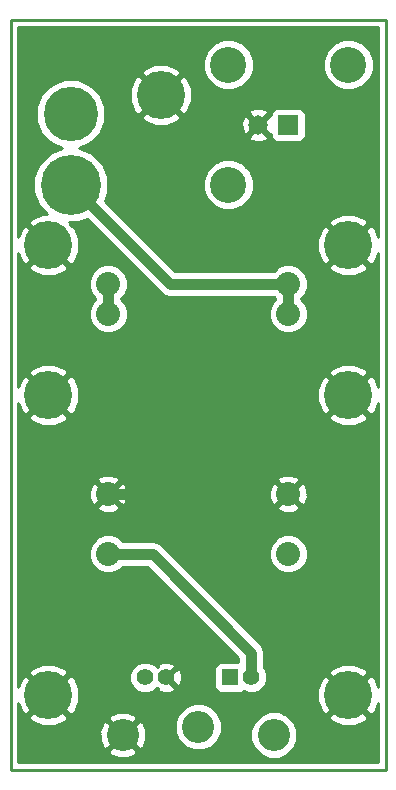
<source format=gtl>
G04 (created by PCBNEW-RS274X (2010-03-14)-final) date Sun 12 Jun 2011 03:53:41 PM PDT*
G01*
G70*
G90*
%MOIN*%
G04 Gerber Fmt 3.4, Leading zero omitted, Abs format*
%FSLAX34Y34*%
G04 APERTURE LIST*
%ADD10C,0.006000*%
%ADD11C,0.009000*%
%ADD12C,0.120000*%
%ADD13R,0.065000X0.065000*%
%ADD14C,0.065000*%
%ADD15C,0.107000*%
%ADD16C,0.056000*%
%ADD17R,0.056000X0.056000*%
%ADD18C,0.200000*%
%ADD19C,0.181100*%
%ADD20C,0.080000*%
%ADD21C,0.160000*%
%ADD22C,0.046000*%
%ADD23C,0.036000*%
%ADD24C,0.010000*%
G04 APERTURE END LIST*
G54D10*
G54D11*
X52250Y-29000D02*
X52250Y-54000D01*
X64750Y-29000D02*
X52250Y-29000D01*
X64750Y-54000D02*
X64750Y-29000D01*
X52250Y-54000D02*
X64750Y-54000D01*
G54D12*
X59500Y-30500D03*
X63500Y-30500D03*
G54D13*
X61500Y-32500D03*
G54D14*
X60500Y-32500D03*
G54D12*
X59500Y-34500D03*
G54D15*
X55980Y-52840D03*
X61020Y-52840D03*
G54D16*
X56730Y-50920D03*
X60270Y-50920D03*
X57435Y-50920D03*
G54D17*
X59565Y-50920D03*
G54D15*
X58500Y-52570D03*
G54D18*
X54250Y-34500D03*
G54D19*
X54250Y-32138D03*
G54D20*
X61500Y-37800D03*
X61500Y-38800D03*
X55500Y-37800D03*
X55500Y-38800D03*
X61500Y-44800D03*
X55500Y-44800D03*
X55500Y-46800D03*
X61500Y-46800D03*
G54D21*
X63500Y-41500D03*
X53500Y-51500D03*
X63500Y-51500D03*
X53500Y-41500D03*
X63500Y-36500D03*
X57250Y-31500D03*
X53500Y-36500D03*
G54D22*
X57000Y-44250D03*
G54D23*
X60270Y-50096D02*
X60270Y-50920D01*
X56974Y-46800D02*
X60270Y-50096D01*
X55500Y-46800D02*
X56974Y-46800D01*
X61500Y-38800D02*
X61500Y-37800D01*
X57550Y-37800D02*
X54250Y-34500D01*
X61500Y-37800D02*
X57550Y-37800D01*
X55500Y-38800D02*
X55500Y-37800D01*
X55500Y-44800D02*
X56450Y-44800D01*
X56450Y-44800D02*
X57000Y-44250D01*
G54D24*
X52495Y-29245D02*
X64505Y-29245D01*
X52495Y-29325D02*
X64505Y-29325D01*
X52495Y-29405D02*
X64505Y-29405D01*
X52495Y-29485D02*
X64505Y-29485D01*
X52495Y-29565D02*
X64505Y-29565D01*
X52495Y-29645D02*
X64505Y-29645D01*
X52495Y-29725D02*
X59151Y-29725D01*
X59850Y-29725D02*
X63151Y-29725D01*
X63850Y-29725D02*
X64505Y-29725D01*
X52495Y-29805D02*
X58994Y-29805D01*
X60007Y-29805D02*
X62994Y-29805D01*
X64007Y-29805D02*
X64505Y-29805D01*
X52495Y-29885D02*
X58914Y-29885D01*
X60087Y-29885D02*
X62914Y-29885D01*
X64087Y-29885D02*
X64505Y-29885D01*
X52495Y-29965D02*
X58834Y-29965D01*
X60167Y-29965D02*
X62834Y-29965D01*
X64167Y-29965D02*
X64505Y-29965D01*
X52495Y-30045D02*
X58769Y-30045D01*
X60232Y-30045D02*
X62769Y-30045D01*
X64232Y-30045D02*
X64505Y-30045D01*
X52495Y-30125D02*
X58736Y-30125D01*
X60265Y-30125D02*
X62736Y-30125D01*
X64265Y-30125D02*
X64505Y-30125D01*
X52495Y-30205D02*
X58703Y-30205D01*
X60298Y-30205D02*
X62703Y-30205D01*
X64298Y-30205D02*
X64505Y-30205D01*
X52495Y-30285D02*
X58669Y-30285D01*
X60331Y-30285D02*
X62669Y-30285D01*
X64331Y-30285D02*
X64505Y-30285D01*
X52495Y-30365D02*
X58650Y-30365D01*
X60350Y-30365D02*
X62650Y-30365D01*
X64350Y-30365D02*
X64505Y-30365D01*
X52495Y-30445D02*
X58650Y-30445D01*
X60350Y-30445D02*
X62650Y-30445D01*
X64350Y-30445D02*
X64505Y-30445D01*
X52495Y-30525D02*
X56911Y-30525D01*
X57583Y-30525D02*
X58650Y-30525D01*
X60350Y-30525D02*
X62650Y-30525D01*
X64350Y-30525D02*
X64505Y-30525D01*
X52495Y-30605D02*
X56718Y-30605D01*
X57782Y-30605D02*
X58650Y-30605D01*
X60350Y-30605D02*
X62650Y-30605D01*
X64350Y-30605D02*
X64505Y-30605D01*
X52495Y-30685D02*
X56637Y-30685D01*
X57864Y-30685D02*
X58657Y-30685D01*
X60343Y-30685D02*
X62657Y-30685D01*
X64343Y-30685D02*
X64505Y-30685D01*
X52495Y-30765D02*
X56590Y-30765D01*
X57911Y-30765D02*
X58690Y-30765D01*
X60310Y-30765D02*
X62690Y-30765D01*
X64310Y-30765D02*
X64505Y-30765D01*
X52495Y-30845D02*
X56506Y-30845D01*
X56524Y-30845D02*
X56666Y-30845D01*
X57834Y-30845D02*
X57976Y-30845D01*
X57995Y-30845D02*
X58723Y-30845D01*
X60277Y-30845D02*
X62723Y-30845D01*
X64277Y-30845D02*
X64505Y-30845D01*
X52495Y-30925D02*
X56373Y-30925D01*
X56604Y-30925D02*
X56746Y-30925D01*
X57754Y-30925D02*
X57896Y-30925D01*
X58128Y-30925D02*
X58756Y-30925D01*
X60243Y-30925D02*
X62756Y-30925D01*
X64243Y-30925D02*
X64505Y-30925D01*
X52495Y-31005D02*
X53968Y-31005D01*
X54534Y-31005D02*
X56341Y-31005D01*
X56684Y-31005D02*
X56826Y-31005D01*
X57674Y-31005D02*
X57816Y-31005D01*
X58161Y-31005D02*
X58803Y-31005D01*
X60196Y-31005D02*
X62803Y-31005D01*
X64196Y-31005D02*
X64505Y-31005D01*
X52495Y-31085D02*
X53775Y-31085D01*
X54727Y-31085D02*
X56309Y-31085D01*
X56764Y-31085D02*
X56906Y-31085D01*
X57594Y-31085D02*
X57736Y-31085D01*
X58194Y-31085D02*
X58883Y-31085D01*
X60116Y-31085D02*
X62883Y-31085D01*
X64116Y-31085D02*
X64505Y-31085D01*
X52495Y-31165D02*
X53590Y-31165D01*
X54911Y-31165D02*
X56276Y-31165D01*
X56844Y-31165D02*
X56986Y-31165D01*
X57514Y-31165D02*
X57656Y-31165D01*
X58227Y-31165D02*
X58963Y-31165D01*
X60036Y-31165D02*
X62963Y-31165D01*
X64036Y-31165D02*
X64505Y-31165D01*
X52495Y-31245D02*
X53510Y-31245D01*
X54991Y-31245D02*
X56244Y-31245D01*
X56924Y-31245D02*
X57066Y-31245D01*
X57434Y-31245D02*
X57576Y-31245D01*
X58261Y-31245D02*
X59078Y-31245D01*
X59921Y-31245D02*
X63078Y-31245D01*
X63921Y-31245D02*
X64505Y-31245D01*
X52495Y-31325D02*
X53430Y-31325D01*
X55071Y-31325D02*
X56220Y-31325D01*
X57004Y-31325D02*
X57146Y-31325D01*
X57354Y-31325D02*
X57496Y-31325D01*
X58278Y-31325D02*
X59270Y-31325D01*
X59728Y-31325D02*
X63270Y-31325D01*
X63728Y-31325D02*
X64505Y-31325D01*
X52495Y-31405D02*
X53350Y-31405D01*
X55151Y-31405D02*
X56220Y-31405D01*
X57084Y-31405D02*
X57226Y-31405D01*
X57274Y-31405D02*
X57416Y-31405D01*
X58278Y-31405D02*
X64505Y-31405D01*
X52495Y-31485D02*
X53271Y-31485D01*
X55230Y-31485D02*
X56221Y-31485D01*
X57164Y-31485D02*
X57336Y-31485D01*
X58279Y-31485D02*
X64505Y-31485D01*
X52495Y-31565D02*
X53238Y-31565D01*
X55263Y-31565D02*
X56221Y-31565D01*
X57114Y-31565D02*
X57386Y-31565D01*
X58280Y-31565D02*
X64505Y-31565D01*
X52495Y-31645D02*
X53204Y-31645D01*
X55296Y-31645D02*
X56222Y-31645D01*
X57034Y-31645D02*
X57176Y-31645D01*
X57324Y-31645D02*
X57466Y-31645D01*
X58280Y-31645D02*
X64505Y-31645D01*
X52495Y-31725D02*
X53171Y-31725D01*
X55329Y-31725D02*
X56227Y-31725D01*
X56954Y-31725D02*
X57096Y-31725D01*
X57404Y-31725D02*
X57546Y-31725D01*
X58268Y-31725D02*
X64505Y-31725D01*
X52495Y-31805D02*
X53138Y-31805D01*
X55362Y-31805D02*
X56260Y-31805D01*
X56874Y-31805D02*
X57016Y-31805D01*
X57484Y-31805D02*
X57626Y-31805D01*
X58236Y-31805D02*
X64505Y-31805D01*
X52495Y-31885D02*
X53105Y-31885D01*
X55396Y-31885D02*
X56293Y-31885D01*
X56794Y-31885D02*
X56936Y-31885D01*
X57564Y-31885D02*
X57706Y-31885D01*
X58203Y-31885D02*
X64505Y-31885D01*
X52495Y-31965D02*
X53095Y-31965D01*
X55405Y-31965D02*
X56327Y-31965D01*
X56714Y-31965D02*
X56856Y-31965D01*
X57644Y-31965D02*
X57786Y-31965D01*
X58171Y-31965D02*
X60310Y-31965D01*
X60677Y-31965D02*
X61033Y-31965D01*
X61967Y-31965D02*
X64505Y-31965D01*
X52495Y-32045D02*
X53095Y-32045D01*
X55405Y-32045D02*
X56360Y-32045D01*
X56634Y-32045D02*
X56776Y-32045D01*
X57724Y-32045D02*
X57866Y-32045D01*
X58139Y-32045D02*
X60193Y-32045D01*
X60808Y-32045D02*
X60960Y-32045D01*
X62041Y-32045D02*
X64505Y-32045D01*
X52495Y-32125D02*
X53095Y-32125D01*
X55405Y-32125D02*
X56455Y-32125D01*
X56554Y-32125D02*
X56696Y-32125D01*
X57804Y-32125D02*
X57946Y-32125D01*
X58044Y-32125D02*
X60196Y-32125D01*
X60804Y-32125D02*
X60926Y-32125D01*
X62074Y-32125D02*
X64505Y-32125D01*
X52495Y-32205D02*
X53095Y-32205D01*
X55405Y-32205D02*
X56616Y-32205D01*
X57884Y-32205D02*
X60008Y-32205D01*
X60134Y-32205D02*
X60276Y-32205D01*
X60724Y-32205D02*
X60866Y-32205D01*
X62074Y-32205D02*
X64505Y-32205D01*
X52495Y-32285D02*
X53095Y-32285D01*
X55405Y-32285D02*
X56619Y-32285D01*
X57880Y-32285D02*
X59979Y-32285D01*
X60214Y-32285D02*
X60356Y-32285D01*
X60644Y-32285D02*
X60786Y-32285D01*
X62074Y-32285D02*
X64505Y-32285D01*
X52495Y-32365D02*
X53095Y-32365D01*
X55405Y-32365D02*
X56666Y-32365D01*
X57833Y-32365D02*
X59951Y-32365D01*
X60294Y-32365D02*
X60436Y-32365D01*
X60564Y-32365D02*
X60706Y-32365D01*
X62074Y-32365D02*
X64505Y-32365D01*
X52495Y-32445D02*
X53127Y-32445D01*
X55373Y-32445D02*
X56842Y-32445D01*
X57661Y-32445D02*
X59933Y-32445D01*
X60374Y-32445D02*
X60626Y-32445D01*
X62074Y-32445D02*
X64505Y-32445D01*
X52495Y-32525D02*
X53160Y-32525D01*
X55339Y-32525D02*
X57041Y-32525D01*
X57468Y-32525D02*
X59937Y-32525D01*
X60404Y-32525D02*
X60596Y-32525D01*
X62074Y-32525D02*
X64505Y-32525D01*
X52495Y-32605D02*
X53193Y-32605D01*
X55306Y-32605D02*
X59942Y-32605D01*
X60324Y-32605D02*
X60466Y-32605D01*
X60534Y-32605D02*
X60676Y-32605D01*
X62074Y-32605D02*
X64505Y-32605D01*
X52495Y-32685D02*
X53226Y-32685D01*
X55273Y-32685D02*
X59962Y-32685D01*
X60244Y-32685D02*
X60386Y-32685D01*
X60614Y-32685D02*
X60756Y-32685D01*
X62074Y-32685D02*
X64505Y-32685D01*
X52495Y-32765D02*
X53259Y-32765D01*
X55240Y-32765D02*
X59995Y-32765D01*
X60164Y-32765D02*
X60306Y-32765D01*
X60694Y-32765D02*
X60836Y-32765D01*
X62074Y-32765D02*
X64505Y-32765D01*
X52495Y-32845D02*
X53323Y-32845D01*
X55176Y-32845D02*
X60226Y-32845D01*
X60774Y-32845D02*
X60926Y-32845D01*
X62074Y-32845D02*
X64505Y-32845D01*
X52495Y-32925D02*
X53403Y-32925D01*
X55096Y-32925D02*
X60183Y-32925D01*
X60816Y-32925D02*
X60947Y-32925D01*
X62053Y-32925D02*
X64505Y-32925D01*
X52495Y-33005D02*
X53483Y-33005D01*
X55016Y-33005D02*
X60240Y-33005D01*
X60764Y-33005D02*
X61003Y-33005D01*
X61997Y-33005D02*
X64505Y-33005D01*
X52495Y-33085D02*
X53563Y-33085D01*
X54936Y-33085D02*
X64505Y-33085D01*
X52495Y-33165D02*
X53711Y-33165D01*
X54787Y-33165D02*
X64505Y-33165D01*
X52495Y-33245D02*
X53905Y-33245D01*
X54593Y-33245D02*
X64505Y-33245D01*
X52495Y-33325D02*
X53820Y-33325D01*
X54680Y-33325D02*
X64505Y-33325D01*
X52495Y-33405D02*
X53628Y-33405D01*
X54873Y-33405D02*
X64505Y-33405D01*
X52495Y-33485D02*
X53498Y-33485D01*
X55003Y-33485D02*
X64505Y-33485D01*
X52495Y-33565D02*
X53418Y-33565D01*
X55083Y-33565D02*
X64505Y-33565D01*
X52495Y-33645D02*
X53338Y-33645D01*
X55163Y-33645D02*
X64505Y-33645D01*
X52495Y-33725D02*
X53258Y-33725D01*
X55243Y-33725D02*
X59150Y-33725D01*
X59850Y-33725D02*
X64505Y-33725D01*
X52495Y-33805D02*
X53186Y-33805D01*
X55315Y-33805D02*
X58994Y-33805D01*
X60007Y-33805D02*
X64505Y-33805D01*
X52495Y-33885D02*
X53153Y-33885D01*
X55348Y-33885D02*
X58914Y-33885D01*
X60087Y-33885D02*
X64505Y-33885D01*
X52495Y-33965D02*
X53119Y-33965D01*
X55382Y-33965D02*
X58834Y-33965D01*
X60167Y-33965D02*
X64505Y-33965D01*
X52495Y-34045D02*
X53086Y-34045D01*
X55415Y-34045D02*
X58769Y-34045D01*
X60232Y-34045D02*
X64505Y-34045D01*
X52495Y-34125D02*
X53053Y-34125D01*
X55448Y-34125D02*
X58736Y-34125D01*
X60265Y-34125D02*
X64505Y-34125D01*
X52495Y-34205D02*
X53020Y-34205D01*
X55481Y-34205D02*
X58703Y-34205D01*
X60298Y-34205D02*
X64505Y-34205D01*
X52495Y-34285D02*
X53001Y-34285D01*
X55499Y-34285D02*
X58669Y-34285D01*
X60331Y-34285D02*
X64505Y-34285D01*
X52495Y-34365D02*
X53001Y-34365D01*
X55499Y-34365D02*
X58650Y-34365D01*
X60350Y-34365D02*
X64505Y-34365D01*
X52495Y-34445D02*
X53001Y-34445D01*
X55499Y-34445D02*
X58650Y-34445D01*
X60350Y-34445D02*
X64505Y-34445D01*
X52495Y-34525D02*
X53001Y-34525D01*
X55499Y-34525D02*
X58650Y-34525D01*
X60350Y-34525D02*
X64505Y-34525D01*
X52495Y-34605D02*
X53001Y-34605D01*
X55499Y-34605D02*
X58650Y-34605D01*
X60350Y-34605D02*
X64505Y-34605D01*
X52495Y-34685D02*
X53001Y-34685D01*
X55499Y-34685D02*
X58657Y-34685D01*
X60343Y-34685D02*
X64505Y-34685D01*
X52495Y-34765D02*
X53007Y-34765D01*
X55492Y-34765D02*
X58690Y-34765D01*
X60310Y-34765D02*
X64505Y-34765D01*
X52495Y-34845D02*
X53040Y-34845D01*
X55459Y-34845D02*
X58723Y-34845D01*
X60277Y-34845D02*
X64505Y-34845D01*
X52495Y-34925D02*
X53073Y-34925D01*
X55426Y-34925D02*
X58756Y-34925D01*
X60243Y-34925D02*
X64505Y-34925D01*
X52495Y-35005D02*
X53106Y-35005D01*
X55392Y-35005D02*
X58803Y-35005D01*
X60196Y-35005D02*
X64505Y-35005D01*
X52495Y-35085D02*
X53139Y-35085D01*
X55443Y-35085D02*
X58883Y-35085D01*
X60116Y-35085D02*
X64505Y-35085D01*
X52495Y-35165D02*
X53172Y-35165D01*
X55523Y-35165D02*
X58963Y-35165D01*
X60036Y-35165D02*
X64505Y-35165D01*
X52495Y-35245D02*
X53228Y-35245D01*
X55603Y-35245D02*
X59078Y-35245D01*
X59921Y-35245D02*
X64505Y-35245D01*
X52495Y-35325D02*
X53308Y-35325D01*
X55683Y-35325D02*
X59270Y-35325D01*
X59728Y-35325D02*
X64505Y-35325D01*
X52495Y-35405D02*
X53388Y-35405D01*
X55763Y-35405D02*
X64505Y-35405D01*
X52495Y-35485D02*
X53258Y-35485D01*
X55843Y-35485D02*
X63258Y-35485D01*
X63734Y-35485D02*
X64505Y-35485D01*
X52495Y-35565D02*
X53064Y-35565D01*
X55923Y-35565D02*
X63064Y-35565D01*
X63932Y-35565D02*
X64505Y-35565D01*
X52495Y-35645D02*
X52911Y-35645D01*
X54749Y-35645D02*
X54787Y-35645D01*
X56003Y-35645D02*
X62911Y-35645D01*
X64090Y-35645D02*
X64505Y-35645D01*
X52495Y-35725D02*
X52864Y-35725D01*
X54557Y-35725D02*
X54867Y-35725D01*
X56083Y-35725D02*
X62864Y-35725D01*
X64137Y-35725D02*
X64505Y-35725D01*
X52495Y-35805D02*
X52876Y-35805D01*
X54246Y-35805D02*
X54947Y-35805D01*
X56163Y-35805D02*
X62876Y-35805D01*
X64124Y-35805D02*
X64505Y-35805D01*
X52495Y-35885D02*
X52689Y-35885D01*
X52814Y-35885D02*
X52956Y-35885D01*
X54312Y-35885D02*
X55027Y-35885D01*
X56243Y-35885D02*
X62689Y-35885D01*
X62814Y-35885D02*
X62956Y-35885D01*
X64044Y-35885D02*
X64186Y-35885D01*
X64312Y-35885D02*
X64505Y-35885D01*
X52495Y-35965D02*
X52607Y-35965D01*
X52894Y-35965D02*
X53036Y-35965D01*
X54394Y-35965D02*
X55107Y-35965D01*
X56323Y-35965D02*
X62607Y-35965D01*
X62894Y-35965D02*
X63036Y-35965D01*
X63964Y-35965D02*
X64106Y-35965D01*
X64395Y-35965D02*
X64505Y-35965D01*
X52495Y-36045D02*
X52575Y-36045D01*
X52974Y-36045D02*
X53116Y-36045D01*
X54428Y-36045D02*
X55187Y-36045D01*
X56403Y-36045D02*
X62575Y-36045D01*
X62974Y-36045D02*
X63116Y-36045D01*
X63884Y-36045D02*
X64026Y-36045D01*
X64428Y-36045D02*
X64505Y-36045D01*
X52495Y-36125D02*
X52542Y-36125D01*
X53054Y-36125D02*
X53196Y-36125D01*
X54461Y-36125D02*
X55267Y-36125D01*
X56483Y-36125D02*
X62543Y-36125D01*
X63054Y-36125D02*
X63196Y-36125D01*
X63804Y-36125D02*
X63946Y-36125D01*
X64461Y-36125D02*
X64505Y-36125D01*
X52495Y-36205D02*
X52510Y-36205D01*
X53134Y-36205D02*
X53276Y-36205D01*
X54494Y-36205D02*
X55347Y-36205D01*
X56563Y-36205D02*
X62510Y-36205D01*
X63134Y-36205D02*
X63276Y-36205D01*
X63724Y-36205D02*
X63866Y-36205D01*
X64494Y-36205D02*
X64505Y-36205D01*
X53214Y-36285D02*
X53356Y-36285D01*
X54527Y-36285D02*
X55427Y-36285D01*
X56643Y-36285D02*
X62478Y-36285D01*
X63214Y-36285D02*
X63356Y-36285D01*
X63644Y-36285D02*
X63786Y-36285D01*
X53294Y-36365D02*
X53436Y-36365D01*
X54528Y-36365D02*
X55507Y-36365D01*
X56723Y-36365D02*
X62470Y-36365D01*
X63294Y-36365D02*
X63436Y-36365D01*
X63564Y-36365D02*
X63706Y-36365D01*
X53374Y-36445D02*
X53516Y-36445D01*
X54529Y-36445D02*
X55587Y-36445D01*
X56803Y-36445D02*
X62471Y-36445D01*
X63374Y-36445D02*
X63626Y-36445D01*
X53404Y-36525D02*
X53596Y-36525D01*
X54529Y-36525D02*
X55667Y-36525D01*
X56883Y-36525D02*
X62471Y-36525D01*
X63404Y-36525D02*
X63596Y-36525D01*
X53324Y-36605D02*
X53466Y-36605D01*
X53534Y-36605D02*
X53676Y-36605D01*
X54530Y-36605D02*
X55747Y-36605D01*
X56963Y-36605D02*
X62472Y-36605D01*
X63324Y-36605D02*
X63466Y-36605D01*
X63534Y-36605D02*
X63676Y-36605D01*
X53244Y-36685D02*
X53386Y-36685D01*
X53614Y-36685D02*
X53756Y-36685D01*
X54530Y-36685D02*
X55827Y-36685D01*
X57043Y-36685D02*
X62472Y-36685D01*
X63244Y-36685D02*
X63386Y-36685D01*
X63614Y-36685D02*
X63756Y-36685D01*
X53164Y-36765D02*
X53306Y-36765D01*
X53694Y-36765D02*
X53836Y-36765D01*
X54502Y-36765D02*
X55907Y-36765D01*
X57123Y-36765D02*
X62494Y-36765D01*
X63164Y-36765D02*
X63306Y-36765D01*
X63694Y-36765D02*
X63836Y-36765D01*
X64502Y-36765D02*
X64505Y-36765D01*
X52495Y-36845D02*
X52527Y-36845D01*
X53084Y-36845D02*
X53226Y-36845D01*
X53774Y-36845D02*
X53916Y-36845D01*
X54470Y-36845D02*
X55987Y-36845D01*
X57203Y-36845D02*
X62527Y-36845D01*
X63084Y-36845D02*
X63226Y-36845D01*
X63774Y-36845D02*
X63916Y-36845D01*
X64469Y-36845D02*
X64505Y-36845D01*
X52495Y-36925D02*
X52560Y-36925D01*
X53004Y-36925D02*
X53146Y-36925D01*
X53854Y-36925D02*
X53996Y-36925D01*
X54437Y-36925D02*
X56067Y-36925D01*
X57283Y-36925D02*
X62560Y-36925D01*
X63004Y-36925D02*
X63146Y-36925D01*
X63854Y-36925D02*
X63996Y-36925D01*
X64437Y-36925D02*
X64505Y-36925D01*
X52495Y-37005D02*
X52593Y-37005D01*
X52924Y-37005D02*
X53066Y-37005D01*
X53934Y-37005D02*
X54076Y-37005D01*
X54405Y-37005D02*
X56147Y-37005D01*
X57363Y-37005D02*
X62593Y-37005D01*
X62924Y-37005D02*
X63066Y-37005D01*
X63934Y-37005D02*
X64076Y-37005D01*
X64405Y-37005D02*
X64505Y-37005D01*
X52495Y-37085D02*
X52638Y-37085D01*
X52844Y-37085D02*
X52986Y-37085D01*
X54014Y-37085D02*
X54156Y-37085D01*
X54361Y-37085D02*
X56227Y-37085D01*
X57443Y-37085D02*
X62638Y-37085D01*
X62844Y-37085D02*
X62986Y-37085D01*
X64014Y-37085D02*
X64156Y-37085D01*
X64361Y-37085D02*
X64505Y-37085D01*
X52495Y-37165D02*
X52906Y-37165D01*
X54094Y-37165D02*
X55338Y-37165D01*
X55663Y-37165D02*
X56307Y-37165D01*
X57523Y-37165D02*
X61338Y-37165D01*
X61663Y-37165D02*
X62906Y-37165D01*
X64094Y-37165D02*
X64505Y-37165D01*
X52495Y-37245D02*
X52845Y-37245D01*
X54154Y-37245D02*
X55145Y-37245D01*
X55856Y-37245D02*
X56387Y-37245D01*
X57603Y-37245D02*
X61145Y-37245D01*
X61856Y-37245D02*
X62845Y-37245D01*
X64154Y-37245D02*
X64505Y-37245D01*
X52495Y-37325D02*
X52892Y-37325D01*
X54107Y-37325D02*
X55057Y-37325D01*
X55943Y-37325D02*
X56467Y-37325D01*
X57683Y-37325D02*
X61057Y-37325D01*
X61943Y-37325D02*
X62892Y-37325D01*
X64107Y-37325D02*
X64505Y-37325D01*
X52495Y-37405D02*
X52993Y-37405D01*
X54008Y-37405D02*
X54977Y-37405D01*
X56023Y-37405D02*
X56547Y-37405D01*
X62023Y-37405D02*
X62993Y-37405D01*
X64008Y-37405D02*
X64505Y-37405D01*
X52495Y-37485D02*
X53192Y-37485D01*
X53815Y-37485D02*
X54929Y-37485D01*
X56072Y-37485D02*
X56627Y-37485D01*
X62072Y-37485D02*
X63192Y-37485D01*
X63815Y-37485D02*
X64505Y-37485D01*
X52495Y-37565D02*
X54895Y-37565D01*
X56106Y-37565D02*
X56707Y-37565D01*
X62106Y-37565D02*
X64505Y-37565D01*
X52495Y-37645D02*
X54862Y-37645D01*
X56139Y-37645D02*
X56787Y-37645D01*
X62139Y-37645D02*
X64505Y-37645D01*
X52495Y-37725D02*
X54851Y-37725D01*
X56149Y-37725D02*
X56867Y-37725D01*
X62149Y-37725D02*
X64505Y-37725D01*
X52495Y-37805D02*
X54851Y-37805D01*
X56149Y-37805D02*
X56947Y-37805D01*
X62149Y-37805D02*
X64505Y-37805D01*
X52495Y-37885D02*
X54851Y-37885D01*
X56149Y-37885D02*
X57027Y-37885D01*
X62149Y-37885D02*
X64505Y-37885D01*
X52495Y-37965D02*
X54865Y-37965D01*
X56134Y-37965D02*
X57107Y-37965D01*
X62134Y-37965D02*
X64505Y-37965D01*
X52495Y-38045D02*
X54899Y-38045D01*
X56100Y-38045D02*
X57187Y-38045D01*
X62100Y-38045D02*
X64505Y-38045D01*
X52495Y-38125D02*
X54932Y-38125D01*
X56067Y-38125D02*
X57277Y-38125D01*
X62067Y-38125D02*
X64505Y-38125D01*
X52495Y-38205D02*
X54987Y-38205D01*
X56013Y-38205D02*
X57425Y-38205D01*
X62013Y-38205D02*
X64505Y-38205D01*
X52495Y-38285D02*
X55067Y-38285D01*
X55933Y-38285D02*
X61067Y-38285D01*
X61933Y-38285D02*
X64505Y-38285D01*
X52495Y-38365D02*
X55017Y-38365D01*
X55983Y-38365D02*
X61017Y-38365D01*
X61983Y-38365D02*
X64505Y-38365D01*
X52495Y-38445D02*
X54945Y-38445D01*
X56056Y-38445D02*
X60945Y-38445D01*
X62056Y-38445D02*
X64505Y-38445D01*
X52495Y-38525D02*
X54912Y-38525D01*
X56089Y-38525D02*
X60912Y-38525D01*
X62089Y-38525D02*
X64505Y-38525D01*
X52495Y-38605D02*
X54879Y-38605D01*
X56122Y-38605D02*
X60879Y-38605D01*
X62122Y-38605D02*
X64505Y-38605D01*
X52495Y-38685D02*
X54851Y-38685D01*
X56149Y-38685D02*
X60851Y-38685D01*
X62149Y-38685D02*
X64505Y-38685D01*
X52495Y-38765D02*
X54851Y-38765D01*
X56149Y-38765D02*
X60851Y-38765D01*
X62149Y-38765D02*
X64505Y-38765D01*
X52495Y-38845D02*
X54851Y-38845D01*
X56149Y-38845D02*
X60851Y-38845D01*
X62149Y-38845D02*
X64505Y-38845D01*
X52495Y-38925D02*
X54851Y-38925D01*
X56149Y-38925D02*
X60851Y-38925D01*
X62149Y-38925D02*
X64505Y-38925D01*
X52495Y-39005D02*
X54882Y-39005D01*
X56117Y-39005D02*
X60882Y-39005D01*
X62117Y-39005D02*
X64505Y-39005D01*
X52495Y-39085D02*
X54915Y-39085D01*
X56084Y-39085D02*
X60915Y-39085D01*
X62084Y-39085D02*
X64505Y-39085D01*
X52495Y-39165D02*
X54948Y-39165D01*
X56051Y-39165D02*
X60948Y-39165D01*
X62051Y-39165D02*
X64505Y-39165D01*
X52495Y-39245D02*
X55027Y-39245D01*
X55973Y-39245D02*
X61027Y-39245D01*
X61973Y-39245D02*
X64505Y-39245D01*
X52495Y-39325D02*
X55107Y-39325D01*
X55893Y-39325D02*
X61107Y-39325D01*
X61893Y-39325D02*
X64505Y-39325D01*
X52495Y-39405D02*
X55264Y-39405D01*
X55735Y-39405D02*
X61264Y-39405D01*
X61735Y-39405D02*
X64505Y-39405D01*
X52495Y-39485D02*
X64505Y-39485D01*
X52495Y-39565D02*
X64505Y-39565D01*
X52495Y-39645D02*
X64505Y-39645D01*
X52495Y-39725D02*
X64505Y-39725D01*
X52495Y-39805D02*
X64505Y-39805D01*
X52495Y-39885D02*
X64505Y-39885D01*
X52495Y-39965D02*
X64505Y-39965D01*
X52495Y-40045D02*
X64505Y-40045D01*
X52495Y-40125D02*
X64505Y-40125D01*
X52495Y-40205D02*
X64505Y-40205D01*
X52495Y-40285D02*
X64505Y-40285D01*
X52495Y-40365D02*
X64505Y-40365D01*
X52495Y-40445D02*
X64505Y-40445D01*
X52495Y-40525D02*
X53161Y-40525D01*
X53833Y-40525D02*
X63161Y-40525D01*
X63833Y-40525D02*
X64505Y-40525D01*
X52495Y-40605D02*
X52968Y-40605D01*
X54032Y-40605D02*
X62968Y-40605D01*
X64032Y-40605D02*
X64505Y-40605D01*
X52495Y-40685D02*
X52887Y-40685D01*
X54114Y-40685D02*
X62887Y-40685D01*
X64114Y-40685D02*
X64505Y-40685D01*
X52495Y-40765D02*
X52840Y-40765D01*
X54161Y-40765D02*
X62840Y-40765D01*
X64161Y-40765D02*
X64505Y-40765D01*
X52495Y-40845D02*
X52756Y-40845D01*
X52774Y-40845D02*
X52916Y-40845D01*
X54084Y-40845D02*
X54226Y-40845D01*
X54245Y-40845D02*
X62756Y-40845D01*
X62774Y-40845D02*
X62916Y-40845D01*
X64084Y-40845D02*
X64226Y-40845D01*
X64245Y-40845D02*
X64505Y-40845D01*
X52495Y-40925D02*
X52623Y-40925D01*
X52854Y-40925D02*
X52996Y-40925D01*
X54004Y-40925D02*
X54146Y-40925D01*
X54378Y-40925D02*
X62623Y-40925D01*
X62854Y-40925D02*
X62996Y-40925D01*
X64004Y-40925D02*
X64146Y-40925D01*
X64378Y-40925D02*
X64505Y-40925D01*
X52495Y-41005D02*
X52591Y-41005D01*
X52934Y-41005D02*
X53076Y-41005D01*
X53924Y-41005D02*
X54066Y-41005D01*
X54411Y-41005D02*
X62591Y-41005D01*
X62934Y-41005D02*
X63076Y-41005D01*
X63924Y-41005D02*
X64066Y-41005D01*
X64411Y-41005D02*
X64505Y-41005D01*
X52495Y-41085D02*
X52558Y-41085D01*
X53014Y-41085D02*
X53156Y-41085D01*
X53844Y-41085D02*
X53986Y-41085D01*
X54444Y-41085D02*
X62559Y-41085D01*
X63014Y-41085D02*
X63156Y-41085D01*
X63844Y-41085D02*
X63986Y-41085D01*
X64444Y-41085D02*
X64505Y-41085D01*
X52495Y-41165D02*
X52526Y-41165D01*
X53094Y-41165D02*
X53236Y-41165D01*
X53764Y-41165D02*
X53906Y-41165D01*
X54477Y-41165D02*
X62526Y-41165D01*
X63094Y-41165D02*
X63236Y-41165D01*
X63764Y-41165D02*
X63906Y-41165D01*
X64478Y-41165D02*
X64505Y-41165D01*
X53174Y-41245D02*
X53316Y-41245D01*
X53684Y-41245D02*
X53826Y-41245D01*
X54511Y-41245D02*
X62494Y-41245D01*
X63174Y-41245D02*
X63316Y-41245D01*
X63684Y-41245D02*
X63826Y-41245D01*
X53254Y-41325D02*
X53396Y-41325D01*
X53604Y-41325D02*
X53746Y-41325D01*
X54528Y-41325D02*
X62470Y-41325D01*
X63254Y-41325D02*
X63396Y-41325D01*
X63604Y-41325D02*
X63746Y-41325D01*
X53334Y-41405D02*
X53476Y-41405D01*
X53524Y-41405D02*
X53666Y-41405D01*
X54528Y-41405D02*
X62470Y-41405D01*
X63334Y-41405D02*
X63476Y-41405D01*
X63524Y-41405D02*
X63666Y-41405D01*
X53414Y-41485D02*
X53586Y-41485D01*
X54529Y-41485D02*
X62471Y-41485D01*
X63414Y-41485D02*
X63586Y-41485D01*
X53364Y-41565D02*
X53636Y-41565D01*
X54530Y-41565D02*
X62471Y-41565D01*
X63364Y-41565D02*
X63636Y-41565D01*
X53284Y-41645D02*
X53426Y-41645D01*
X53574Y-41645D02*
X53716Y-41645D01*
X54530Y-41645D02*
X62472Y-41645D01*
X63284Y-41645D02*
X63426Y-41645D01*
X63574Y-41645D02*
X63716Y-41645D01*
X53204Y-41725D02*
X53346Y-41725D01*
X53654Y-41725D02*
X53796Y-41725D01*
X54518Y-41725D02*
X62477Y-41725D01*
X63204Y-41725D02*
X63346Y-41725D01*
X63654Y-41725D02*
X63796Y-41725D01*
X52495Y-41805D02*
X52510Y-41805D01*
X53124Y-41805D02*
X53266Y-41805D01*
X53734Y-41805D02*
X53876Y-41805D01*
X54486Y-41805D02*
X62510Y-41805D01*
X63124Y-41805D02*
X63266Y-41805D01*
X63734Y-41805D02*
X63876Y-41805D01*
X64486Y-41805D02*
X64505Y-41805D01*
X52495Y-41885D02*
X52543Y-41885D01*
X53044Y-41885D02*
X53186Y-41885D01*
X53814Y-41885D02*
X53956Y-41885D01*
X54453Y-41885D02*
X62543Y-41885D01*
X63044Y-41885D02*
X63186Y-41885D01*
X63814Y-41885D02*
X63956Y-41885D01*
X64453Y-41885D02*
X64505Y-41885D01*
X52495Y-41965D02*
X52577Y-41965D01*
X52964Y-41965D02*
X53106Y-41965D01*
X53894Y-41965D02*
X54036Y-41965D01*
X54421Y-41965D02*
X62577Y-41965D01*
X62964Y-41965D02*
X63106Y-41965D01*
X63894Y-41965D02*
X64036Y-41965D01*
X64421Y-41965D02*
X64505Y-41965D01*
X52495Y-42045D02*
X52610Y-42045D01*
X52884Y-42045D02*
X53026Y-42045D01*
X53974Y-42045D02*
X54116Y-42045D01*
X54389Y-42045D02*
X62610Y-42045D01*
X62884Y-42045D02*
X63026Y-42045D01*
X63974Y-42045D02*
X64116Y-42045D01*
X64389Y-42045D02*
X64505Y-42045D01*
X52495Y-42125D02*
X52705Y-42125D01*
X52804Y-42125D02*
X52946Y-42125D01*
X54054Y-42125D02*
X54196Y-42125D01*
X54294Y-42125D02*
X62705Y-42125D01*
X62804Y-42125D02*
X62946Y-42125D01*
X64054Y-42125D02*
X64196Y-42125D01*
X64294Y-42125D02*
X64505Y-42125D01*
X52495Y-42205D02*
X52866Y-42205D01*
X54134Y-42205D02*
X62866Y-42205D01*
X64134Y-42205D02*
X64505Y-42205D01*
X52495Y-42285D02*
X52869Y-42285D01*
X54130Y-42285D02*
X62869Y-42285D01*
X64130Y-42285D02*
X64505Y-42285D01*
X52495Y-42365D02*
X52916Y-42365D01*
X54083Y-42365D02*
X62916Y-42365D01*
X64083Y-42365D02*
X64505Y-42365D01*
X52495Y-42445D02*
X53092Y-42445D01*
X53911Y-42445D02*
X63092Y-42445D01*
X63911Y-42445D02*
X64505Y-42445D01*
X52495Y-42525D02*
X53291Y-42525D01*
X53718Y-42525D02*
X63291Y-42525D01*
X63718Y-42525D02*
X64505Y-42525D01*
X52495Y-42605D02*
X64505Y-42605D01*
X52495Y-42685D02*
X64505Y-42685D01*
X52495Y-42765D02*
X64505Y-42765D01*
X52495Y-42845D02*
X64505Y-42845D01*
X52495Y-42925D02*
X64505Y-42925D01*
X52495Y-43005D02*
X64505Y-43005D01*
X52495Y-43085D02*
X64505Y-43085D01*
X52495Y-43165D02*
X64505Y-43165D01*
X52495Y-43245D02*
X64505Y-43245D01*
X52495Y-43325D02*
X64505Y-43325D01*
X52495Y-43405D02*
X64505Y-43405D01*
X52495Y-43485D02*
X64505Y-43485D01*
X52495Y-43565D02*
X64505Y-43565D01*
X52495Y-43645D02*
X64505Y-43645D01*
X52495Y-43725D02*
X64505Y-43725D01*
X52495Y-43805D02*
X64505Y-43805D01*
X52495Y-43885D02*
X64505Y-43885D01*
X52495Y-43965D02*
X64505Y-43965D01*
X52495Y-44045D02*
X64505Y-44045D01*
X52495Y-44125D02*
X64505Y-44125D01*
X52495Y-44205D02*
X55261Y-44205D01*
X55729Y-44205D02*
X61261Y-44205D01*
X61729Y-44205D02*
X64505Y-44205D01*
X52495Y-44285D02*
X55146Y-44285D01*
X55855Y-44285D02*
X61146Y-44285D01*
X61855Y-44285D02*
X64505Y-44285D01*
X52495Y-44365D02*
X55136Y-44365D01*
X55864Y-44365D02*
X61136Y-44365D01*
X61864Y-44365D02*
X64505Y-44365D01*
X52495Y-44445D02*
X54988Y-44445D01*
X55074Y-44445D02*
X55216Y-44445D01*
X55784Y-44445D02*
X55926Y-44445D01*
X56013Y-44445D02*
X60988Y-44445D01*
X61074Y-44445D02*
X61216Y-44445D01*
X61784Y-44445D02*
X61926Y-44445D01*
X62013Y-44445D02*
X64505Y-44445D01*
X52495Y-44525D02*
X54923Y-44525D01*
X55154Y-44525D02*
X55296Y-44525D01*
X55704Y-44525D02*
X55846Y-44525D01*
X56081Y-44525D02*
X60923Y-44525D01*
X61154Y-44525D02*
X61296Y-44525D01*
X61704Y-44525D02*
X61846Y-44525D01*
X62081Y-44525D02*
X64505Y-44525D01*
X52495Y-44605D02*
X54893Y-44605D01*
X55234Y-44605D02*
X55376Y-44605D01*
X55624Y-44605D02*
X55766Y-44605D01*
X56114Y-44605D02*
X60893Y-44605D01*
X61234Y-44605D02*
X61376Y-44605D01*
X61624Y-44605D02*
X61766Y-44605D01*
X62114Y-44605D02*
X64505Y-44605D01*
X52495Y-44685D02*
X54864Y-44685D01*
X55314Y-44685D02*
X55456Y-44685D01*
X55544Y-44685D02*
X55686Y-44685D01*
X56133Y-44685D02*
X60864Y-44685D01*
X61314Y-44685D02*
X61456Y-44685D01*
X61544Y-44685D02*
X61686Y-44685D01*
X62133Y-44685D02*
X64505Y-44685D01*
X52495Y-44765D02*
X54861Y-44765D01*
X55394Y-44765D02*
X55606Y-44765D01*
X56136Y-44765D02*
X60861Y-44765D01*
X61394Y-44765D02*
X61606Y-44765D01*
X62136Y-44765D02*
X64505Y-44765D01*
X52495Y-44845D02*
X54864Y-44845D01*
X55384Y-44845D02*
X55616Y-44845D01*
X56139Y-44845D02*
X60864Y-44845D01*
X61384Y-44845D02*
X61616Y-44845D01*
X62139Y-44845D02*
X64505Y-44845D01*
X52495Y-44925D02*
X54867Y-44925D01*
X55304Y-44925D02*
X55446Y-44925D01*
X55554Y-44925D02*
X55696Y-44925D01*
X56132Y-44925D02*
X60867Y-44925D01*
X61304Y-44925D02*
X61446Y-44925D01*
X61554Y-44925D02*
X61696Y-44925D01*
X62132Y-44925D02*
X64505Y-44925D01*
X52495Y-45005D02*
X54891Y-45005D01*
X55224Y-45005D02*
X55366Y-45005D01*
X55634Y-45005D02*
X55776Y-45005D01*
X56103Y-45005D02*
X60891Y-45005D01*
X61224Y-45005D02*
X61366Y-45005D01*
X61634Y-45005D02*
X61776Y-45005D01*
X62103Y-45005D02*
X64505Y-45005D01*
X52495Y-45085D02*
X54923Y-45085D01*
X55144Y-45085D02*
X55286Y-45085D01*
X55714Y-45085D02*
X55856Y-45085D01*
X56074Y-45085D02*
X60923Y-45085D01*
X61144Y-45085D02*
X61286Y-45085D01*
X61714Y-45085D02*
X61856Y-45085D01*
X62074Y-45085D02*
X64505Y-45085D01*
X52495Y-45165D02*
X55015Y-45165D01*
X55064Y-45165D02*
X55206Y-45165D01*
X55794Y-45165D02*
X55936Y-45165D01*
X55984Y-45165D02*
X61015Y-45165D01*
X61064Y-45165D02*
X61206Y-45165D01*
X61794Y-45165D02*
X61936Y-45165D01*
X61984Y-45165D02*
X64505Y-45165D01*
X52495Y-45245D02*
X55126Y-45245D01*
X55874Y-45245D02*
X61126Y-45245D01*
X61874Y-45245D02*
X64505Y-45245D01*
X52495Y-45325D02*
X55149Y-45325D01*
X55850Y-45325D02*
X61149Y-45325D01*
X61850Y-45325D02*
X64505Y-45325D01*
X52495Y-45405D02*
X55299Y-45405D01*
X55714Y-45405D02*
X61299Y-45405D01*
X61714Y-45405D02*
X64505Y-45405D01*
X52495Y-45485D02*
X64505Y-45485D01*
X52495Y-45565D02*
X64505Y-45565D01*
X52495Y-45645D02*
X64505Y-45645D01*
X52495Y-45725D02*
X64505Y-45725D01*
X52495Y-45805D02*
X64505Y-45805D01*
X52495Y-45885D02*
X64505Y-45885D01*
X52495Y-45965D02*
X64505Y-45965D01*
X52495Y-46045D02*
X64505Y-46045D01*
X52495Y-46125D02*
X64505Y-46125D01*
X52495Y-46205D02*
X55241Y-46205D01*
X55760Y-46205D02*
X61241Y-46205D01*
X61760Y-46205D02*
X64505Y-46205D01*
X52495Y-46285D02*
X55097Y-46285D01*
X55904Y-46285D02*
X61097Y-46285D01*
X61903Y-46285D02*
X64505Y-46285D01*
X52495Y-46365D02*
X55017Y-46365D01*
X55984Y-46365D02*
X61017Y-46365D01*
X61983Y-46365D02*
X64505Y-46365D01*
X52495Y-46445D02*
X54945Y-46445D01*
X57202Y-46445D02*
X60945Y-46445D01*
X62056Y-46445D02*
X64505Y-46445D01*
X52495Y-46525D02*
X54912Y-46525D01*
X57307Y-46525D02*
X60912Y-46525D01*
X62089Y-46525D02*
X64505Y-46525D01*
X52495Y-46605D02*
X54879Y-46605D01*
X57387Y-46605D02*
X60879Y-46605D01*
X62122Y-46605D02*
X64505Y-46605D01*
X52495Y-46685D02*
X54851Y-46685D01*
X57467Y-46685D02*
X60851Y-46685D01*
X62149Y-46685D02*
X64505Y-46685D01*
X52495Y-46765D02*
X54851Y-46765D01*
X57547Y-46765D02*
X60851Y-46765D01*
X62149Y-46765D02*
X64505Y-46765D01*
X52495Y-46845D02*
X54851Y-46845D01*
X57627Y-46845D02*
X60851Y-46845D01*
X62149Y-46845D02*
X64505Y-46845D01*
X52495Y-46925D02*
X54851Y-46925D01*
X57707Y-46925D02*
X60851Y-46925D01*
X62149Y-46925D02*
X64505Y-46925D01*
X52495Y-47005D02*
X54882Y-47005D01*
X57787Y-47005D02*
X60882Y-47005D01*
X62117Y-47005D02*
X64505Y-47005D01*
X52495Y-47085D02*
X54915Y-47085D01*
X57867Y-47085D02*
X60915Y-47085D01*
X62084Y-47085D02*
X64505Y-47085D01*
X52495Y-47165D02*
X54948Y-47165D01*
X57947Y-47165D02*
X60948Y-47165D01*
X62051Y-47165D02*
X64505Y-47165D01*
X52495Y-47245D02*
X55027Y-47245D01*
X55972Y-47245D02*
X56811Y-47245D01*
X58027Y-47245D02*
X61027Y-47245D01*
X61973Y-47245D02*
X64505Y-47245D01*
X52495Y-47325D02*
X55107Y-47325D01*
X55892Y-47325D02*
X56891Y-47325D01*
X58107Y-47325D02*
X61107Y-47325D01*
X61893Y-47325D02*
X64505Y-47325D01*
X52495Y-47405D02*
X55264Y-47405D01*
X55735Y-47405D02*
X56971Y-47405D01*
X58187Y-47405D02*
X61264Y-47405D01*
X61735Y-47405D02*
X64505Y-47405D01*
X52495Y-47485D02*
X57051Y-47485D01*
X58267Y-47485D02*
X64505Y-47485D01*
X52495Y-47565D02*
X57131Y-47565D01*
X58347Y-47565D02*
X64505Y-47565D01*
X52495Y-47645D02*
X57211Y-47645D01*
X58427Y-47645D02*
X64505Y-47645D01*
X52495Y-47725D02*
X57291Y-47725D01*
X58507Y-47725D02*
X64505Y-47725D01*
X52495Y-47805D02*
X57371Y-47805D01*
X58587Y-47805D02*
X64505Y-47805D01*
X52495Y-47885D02*
X57451Y-47885D01*
X58667Y-47885D02*
X64505Y-47885D01*
X52495Y-47965D02*
X57531Y-47965D01*
X58747Y-47965D02*
X64505Y-47965D01*
X52495Y-48045D02*
X57611Y-48045D01*
X58827Y-48045D02*
X64505Y-48045D01*
X52495Y-48125D02*
X57691Y-48125D01*
X58907Y-48125D02*
X64505Y-48125D01*
X52495Y-48205D02*
X57771Y-48205D01*
X58987Y-48205D02*
X64505Y-48205D01*
X52495Y-48285D02*
X57851Y-48285D01*
X59067Y-48285D02*
X64505Y-48285D01*
X52495Y-48365D02*
X57931Y-48365D01*
X59147Y-48365D02*
X64505Y-48365D01*
X52495Y-48445D02*
X58011Y-48445D01*
X59227Y-48445D02*
X64505Y-48445D01*
X52495Y-48525D02*
X58091Y-48525D01*
X59307Y-48525D02*
X64505Y-48525D01*
X52495Y-48605D02*
X58171Y-48605D01*
X59387Y-48605D02*
X64505Y-48605D01*
X52495Y-48685D02*
X58251Y-48685D01*
X59467Y-48685D02*
X64505Y-48685D01*
X52495Y-48765D02*
X58331Y-48765D01*
X59547Y-48765D02*
X64505Y-48765D01*
X52495Y-48845D02*
X58411Y-48845D01*
X59627Y-48845D02*
X64505Y-48845D01*
X52495Y-48925D02*
X58491Y-48925D01*
X59707Y-48925D02*
X64505Y-48925D01*
X52495Y-49005D02*
X58571Y-49005D01*
X59787Y-49005D02*
X64505Y-49005D01*
X52495Y-49085D02*
X58651Y-49085D01*
X59867Y-49085D02*
X64505Y-49085D01*
X52495Y-49165D02*
X58731Y-49165D01*
X59947Y-49165D02*
X64505Y-49165D01*
X52495Y-49245D02*
X58811Y-49245D01*
X60027Y-49245D02*
X64505Y-49245D01*
X52495Y-49325D02*
X58891Y-49325D01*
X60107Y-49325D02*
X64505Y-49325D01*
X52495Y-49405D02*
X58971Y-49405D01*
X60187Y-49405D02*
X64505Y-49405D01*
X52495Y-49485D02*
X59051Y-49485D01*
X60267Y-49485D02*
X64505Y-49485D01*
X52495Y-49565D02*
X59131Y-49565D01*
X60347Y-49565D02*
X64505Y-49565D01*
X52495Y-49645D02*
X59211Y-49645D01*
X60427Y-49645D02*
X64505Y-49645D01*
X52495Y-49725D02*
X59291Y-49725D01*
X60507Y-49725D02*
X64505Y-49725D01*
X52495Y-49805D02*
X59371Y-49805D01*
X60583Y-49805D02*
X64505Y-49805D01*
X52495Y-49885D02*
X59451Y-49885D01*
X60637Y-49885D02*
X64505Y-49885D01*
X52495Y-49965D02*
X59531Y-49965D01*
X60674Y-49965D02*
X64505Y-49965D01*
X52495Y-50045D02*
X59611Y-50045D01*
X60690Y-50045D02*
X64505Y-50045D01*
X52495Y-50125D02*
X59691Y-50125D01*
X60700Y-50125D02*
X64505Y-50125D01*
X52495Y-50205D02*
X59771Y-50205D01*
X60700Y-50205D02*
X64505Y-50205D01*
X52495Y-50285D02*
X59840Y-50285D01*
X60700Y-50285D02*
X64505Y-50285D01*
X52495Y-50365D02*
X59840Y-50365D01*
X60700Y-50365D02*
X64505Y-50365D01*
X52495Y-50445D02*
X56493Y-50445D01*
X56969Y-50445D02*
X57212Y-50445D01*
X57650Y-50445D02*
X59128Y-50445D01*
X60700Y-50445D02*
X64505Y-50445D01*
X52495Y-50525D02*
X53161Y-50525D01*
X53833Y-50525D02*
X56376Y-50525D01*
X57085Y-50525D02*
X57151Y-50525D01*
X57720Y-50525D02*
X59064Y-50525D01*
X60700Y-50525D02*
X63161Y-50525D01*
X63833Y-50525D02*
X64505Y-50525D01*
X52495Y-50605D02*
X52968Y-50605D01*
X54032Y-50605D02*
X56296Y-50605D01*
X57679Y-50605D02*
X59036Y-50605D01*
X60705Y-50605D02*
X62968Y-50605D01*
X64032Y-50605D02*
X64505Y-50605D01*
X52495Y-50685D02*
X52887Y-50685D01*
X54114Y-50685D02*
X56254Y-50685D01*
X57599Y-50685D02*
X57741Y-50685D01*
X57906Y-50685D02*
X59036Y-50685D01*
X60746Y-50685D02*
X62887Y-50685D01*
X64114Y-50685D02*
X64505Y-50685D01*
X52495Y-50765D02*
X52840Y-50765D01*
X54161Y-50765D02*
X56221Y-50765D01*
X57519Y-50765D02*
X57661Y-50765D01*
X57939Y-50765D02*
X59036Y-50765D01*
X60780Y-50765D02*
X62840Y-50765D01*
X64161Y-50765D02*
X64505Y-50765D01*
X52495Y-50845D02*
X52756Y-50845D01*
X52774Y-50845D02*
X52916Y-50845D01*
X54084Y-50845D02*
X54226Y-50845D01*
X54245Y-50845D02*
X56200Y-50845D01*
X57439Y-50845D02*
X57581Y-50845D01*
X57952Y-50845D02*
X59036Y-50845D01*
X60800Y-50845D02*
X62756Y-50845D01*
X62774Y-50845D02*
X62916Y-50845D01*
X64084Y-50845D02*
X64226Y-50845D01*
X64245Y-50845D02*
X64505Y-50845D01*
X52495Y-50925D02*
X52623Y-50925D01*
X52854Y-50925D02*
X52996Y-50925D01*
X54004Y-50925D02*
X54146Y-50925D01*
X54378Y-50925D02*
X56200Y-50925D01*
X57369Y-50925D02*
X57511Y-50925D01*
X57956Y-50925D02*
X59036Y-50925D01*
X60800Y-50925D02*
X62623Y-50925D01*
X62854Y-50925D02*
X62996Y-50925D01*
X64004Y-50925D02*
X64146Y-50925D01*
X64378Y-50925D02*
X64505Y-50925D01*
X52495Y-51005D02*
X52591Y-51005D01*
X52934Y-51005D02*
X53076Y-51005D01*
X53924Y-51005D02*
X54066Y-51005D01*
X54411Y-51005D02*
X56200Y-51005D01*
X57449Y-51005D02*
X57591Y-51005D01*
X57955Y-51005D02*
X59036Y-51005D01*
X60800Y-51005D02*
X62591Y-51005D01*
X62934Y-51005D02*
X63076Y-51005D01*
X63924Y-51005D02*
X64066Y-51005D01*
X64411Y-51005D02*
X64505Y-51005D01*
X52495Y-51085D02*
X52558Y-51085D01*
X53014Y-51085D02*
X53156Y-51085D01*
X53844Y-51085D02*
X53986Y-51085D01*
X54444Y-51085D02*
X56224Y-51085D01*
X57529Y-51085D02*
X57671Y-51085D01*
X57927Y-51085D02*
X59036Y-51085D01*
X60775Y-51085D02*
X62559Y-51085D01*
X63014Y-51085D02*
X63156Y-51085D01*
X63844Y-51085D02*
X63986Y-51085D01*
X64444Y-51085D02*
X64505Y-51085D01*
X52495Y-51165D02*
X52526Y-51165D01*
X53094Y-51165D02*
X53236Y-51165D01*
X53764Y-51165D02*
X53906Y-51165D01*
X54477Y-51165D02*
X56258Y-51165D01*
X57609Y-51165D02*
X57751Y-51165D01*
X57899Y-51165D02*
X59036Y-51165D01*
X60742Y-51165D02*
X62526Y-51165D01*
X63094Y-51165D02*
X63236Y-51165D01*
X63764Y-51165D02*
X63906Y-51165D01*
X64478Y-51165D02*
X64505Y-51165D01*
X53174Y-51245D02*
X53316Y-51245D01*
X53684Y-51245D02*
X53826Y-51245D01*
X54511Y-51245D02*
X56305Y-51245D01*
X57689Y-51245D02*
X59036Y-51245D01*
X60694Y-51245D02*
X62494Y-51245D01*
X63174Y-51245D02*
X63316Y-51245D01*
X63684Y-51245D02*
X63826Y-51245D01*
X53254Y-51325D02*
X53396Y-51325D01*
X53604Y-51325D02*
X53746Y-51325D01*
X54528Y-51325D02*
X56385Y-51325D01*
X57073Y-51325D02*
X57152Y-51325D01*
X57717Y-51325D02*
X59067Y-51325D01*
X60614Y-51325D02*
X62470Y-51325D01*
X63254Y-51325D02*
X63396Y-51325D01*
X63604Y-51325D02*
X63746Y-51325D01*
X53334Y-51405D02*
X53476Y-51405D01*
X53524Y-51405D02*
X53666Y-51405D01*
X54528Y-51405D02*
X56515Y-51405D01*
X56943Y-51405D02*
X57249Y-51405D01*
X57634Y-51405D02*
X59138Y-51405D01*
X59991Y-51405D02*
X60055Y-51405D01*
X60483Y-51405D02*
X62470Y-51405D01*
X63334Y-51405D02*
X63476Y-51405D01*
X63524Y-51405D02*
X63666Y-51405D01*
X53414Y-51485D02*
X53586Y-51485D01*
X54529Y-51485D02*
X62471Y-51485D01*
X63414Y-51485D02*
X63586Y-51485D01*
X53364Y-51565D02*
X53636Y-51565D01*
X54530Y-51565D02*
X62471Y-51565D01*
X63364Y-51565D02*
X63636Y-51565D01*
X53284Y-51645D02*
X53426Y-51645D01*
X53574Y-51645D02*
X53716Y-51645D01*
X54530Y-51645D02*
X62472Y-51645D01*
X63284Y-51645D02*
X63426Y-51645D01*
X63574Y-51645D02*
X63716Y-51645D01*
X53204Y-51725D02*
X53346Y-51725D01*
X53654Y-51725D02*
X53796Y-51725D01*
X54518Y-51725D02*
X62477Y-51725D01*
X63204Y-51725D02*
X63346Y-51725D01*
X63654Y-51725D02*
X63796Y-51725D01*
X52495Y-51805D02*
X52510Y-51805D01*
X53124Y-51805D02*
X53266Y-51805D01*
X53734Y-51805D02*
X53876Y-51805D01*
X54486Y-51805D02*
X58297Y-51805D01*
X58705Y-51805D02*
X62510Y-51805D01*
X63124Y-51805D02*
X63266Y-51805D01*
X63734Y-51805D02*
X63876Y-51805D01*
X64486Y-51805D02*
X64505Y-51805D01*
X52495Y-51885D02*
X52543Y-51885D01*
X53044Y-51885D02*
X53186Y-51885D01*
X53814Y-51885D02*
X53956Y-51885D01*
X54453Y-51885D02*
X58103Y-51885D01*
X58897Y-51885D02*
X62543Y-51885D01*
X63044Y-51885D02*
X63186Y-51885D01*
X63814Y-51885D02*
X63956Y-51885D01*
X64453Y-51885D02*
X64505Y-51885D01*
X52495Y-51965D02*
X52577Y-51965D01*
X52964Y-51965D02*
X53106Y-51965D01*
X53894Y-51965D02*
X54036Y-51965D01*
X54421Y-51965D02*
X57995Y-51965D01*
X59005Y-51965D02*
X62577Y-51965D01*
X62964Y-51965D02*
X63106Y-51965D01*
X63894Y-51965D02*
X64036Y-51965D01*
X64421Y-51965D02*
X64505Y-51965D01*
X52495Y-52045D02*
X52610Y-52045D01*
X52884Y-52045D02*
X53026Y-52045D01*
X53974Y-52045D02*
X54116Y-52045D01*
X54389Y-52045D02*
X57915Y-52045D01*
X59085Y-52045D02*
X62610Y-52045D01*
X62884Y-52045D02*
X63026Y-52045D01*
X63974Y-52045D02*
X64116Y-52045D01*
X64389Y-52045D02*
X64505Y-52045D01*
X52495Y-52125D02*
X52705Y-52125D01*
X52804Y-52125D02*
X52946Y-52125D01*
X54054Y-52125D02*
X54196Y-52125D01*
X54294Y-52125D02*
X55686Y-52125D01*
X56267Y-52125D02*
X57835Y-52125D01*
X59165Y-52125D02*
X60695Y-52125D01*
X61347Y-52125D02*
X62705Y-52125D01*
X62804Y-52125D02*
X62946Y-52125D01*
X64054Y-52125D02*
X64196Y-52125D01*
X64294Y-52125D02*
X64505Y-52125D01*
X52495Y-52205D02*
X52866Y-52205D01*
X54134Y-52205D02*
X55548Y-52205D01*
X56413Y-52205D02*
X57802Y-52205D01*
X59199Y-52205D02*
X60545Y-52205D01*
X61495Y-52205D02*
X62866Y-52205D01*
X64134Y-52205D02*
X64505Y-52205D01*
X52495Y-52285D02*
X52869Y-52285D01*
X54130Y-52285D02*
X55511Y-52285D01*
X56450Y-52285D02*
X57769Y-52285D01*
X59232Y-52285D02*
X60465Y-52285D01*
X61575Y-52285D02*
X62869Y-52285D01*
X64130Y-52285D02*
X64505Y-52285D01*
X52495Y-52365D02*
X52916Y-52365D01*
X54083Y-52365D02*
X55576Y-52365D01*
X56384Y-52365D02*
X57735Y-52365D01*
X59265Y-52365D02*
X60385Y-52365D01*
X61655Y-52365D02*
X62916Y-52365D01*
X64083Y-52365D02*
X64505Y-52365D01*
X52495Y-52445D02*
X53092Y-52445D01*
X53911Y-52445D02*
X55308Y-52445D01*
X55514Y-52445D02*
X55656Y-52445D01*
X56304Y-52445D02*
X56446Y-52445D01*
X56654Y-52445D02*
X57715Y-52445D01*
X59285Y-52445D02*
X60335Y-52445D01*
X61707Y-52445D02*
X63092Y-52445D01*
X63911Y-52445D02*
X64505Y-52445D01*
X52495Y-52525D02*
X53291Y-52525D01*
X53718Y-52525D02*
X55277Y-52525D01*
X55594Y-52525D02*
X55736Y-52525D01*
X56224Y-52525D02*
X56366Y-52525D01*
X56687Y-52525D02*
X57715Y-52525D01*
X59285Y-52525D02*
X60301Y-52525D01*
X61740Y-52525D02*
X63291Y-52525D01*
X63718Y-52525D02*
X64505Y-52525D01*
X52495Y-52605D02*
X55246Y-52605D01*
X55674Y-52605D02*
X55816Y-52605D01*
X56144Y-52605D02*
X56286Y-52605D01*
X56720Y-52605D02*
X57715Y-52605D01*
X59285Y-52605D02*
X60268Y-52605D01*
X61773Y-52605D02*
X64505Y-52605D01*
X52495Y-52685D02*
X55215Y-52685D01*
X55754Y-52685D02*
X55896Y-52685D01*
X56064Y-52685D02*
X56206Y-52685D01*
X56747Y-52685D02*
X57715Y-52685D01*
X59285Y-52685D02*
X60235Y-52685D01*
X61805Y-52685D02*
X64505Y-52685D01*
X52495Y-52765D02*
X55207Y-52765D01*
X55834Y-52765D02*
X55976Y-52765D01*
X55984Y-52765D02*
X56126Y-52765D01*
X56749Y-52765D02*
X57731Y-52765D01*
X59269Y-52765D02*
X60235Y-52765D01*
X61805Y-52765D02*
X64505Y-52765D01*
X52495Y-52845D02*
X55209Y-52845D01*
X55904Y-52845D02*
X56056Y-52845D01*
X56751Y-52845D02*
X57764Y-52845D01*
X59235Y-52845D02*
X60235Y-52845D01*
X61805Y-52845D02*
X64505Y-52845D01*
X52495Y-52925D02*
X55211Y-52925D01*
X55824Y-52925D02*
X55966Y-52925D01*
X55994Y-52925D02*
X56136Y-52925D01*
X56753Y-52925D02*
X57797Y-52925D01*
X59202Y-52925D02*
X60235Y-52925D01*
X61805Y-52925D02*
X64505Y-52925D01*
X52495Y-53005D02*
X55213Y-53005D01*
X55744Y-53005D02*
X55886Y-53005D01*
X56074Y-53005D02*
X56216Y-53005D01*
X56741Y-53005D02*
X57830Y-53005D01*
X59169Y-53005D02*
X60239Y-53005D01*
X61801Y-53005D02*
X64505Y-53005D01*
X52495Y-53085D02*
X55244Y-53085D01*
X55664Y-53085D02*
X55806Y-53085D01*
X56154Y-53085D02*
X56296Y-53085D01*
X56710Y-53085D02*
X57905Y-53085D01*
X59095Y-53085D02*
X60272Y-53085D01*
X61768Y-53085D02*
X64505Y-53085D01*
X52495Y-53165D02*
X55277Y-53165D01*
X55584Y-53165D02*
X55726Y-53165D01*
X56234Y-53165D02*
X56376Y-53165D01*
X56679Y-53165D02*
X57985Y-53165D01*
X59015Y-53165D02*
X60305Y-53165D01*
X61735Y-53165D02*
X64505Y-53165D01*
X52495Y-53245D02*
X55310Y-53245D01*
X55504Y-53245D02*
X55646Y-53245D01*
X56314Y-53245D02*
X56456Y-53245D01*
X56648Y-53245D02*
X58079Y-53245D01*
X58922Y-53245D02*
X60337Y-53245D01*
X61701Y-53245D02*
X64505Y-53245D01*
X52495Y-53325D02*
X55566Y-53325D01*
X56394Y-53325D02*
X58271Y-53325D01*
X58727Y-53325D02*
X60395Y-53325D01*
X61645Y-53325D02*
X64505Y-53325D01*
X52495Y-53405D02*
X55515Y-53405D01*
X56444Y-53405D02*
X60475Y-53405D01*
X61565Y-53405D02*
X64505Y-53405D01*
X52495Y-53485D02*
X55551Y-53485D01*
X56408Y-53485D02*
X60555Y-53485D01*
X61485Y-53485D02*
X64505Y-53485D01*
X52495Y-53565D02*
X55719Y-53565D01*
X56250Y-53565D02*
X60719Y-53565D01*
X61320Y-53565D02*
X64505Y-53565D01*
X52495Y-53645D02*
X64505Y-53645D01*
X52495Y-53725D02*
X64505Y-53725D01*
X64505Y-53755D02*
X64505Y-51758D01*
X64377Y-52076D01*
X64233Y-52162D01*
X63571Y-51500D01*
X64233Y-50838D01*
X64377Y-50924D01*
X64505Y-51232D01*
X64505Y-41758D01*
X64377Y-42076D01*
X64233Y-42162D01*
X63571Y-41500D01*
X64233Y-40838D01*
X64377Y-40924D01*
X64505Y-41232D01*
X64505Y-36758D01*
X64377Y-37076D01*
X64233Y-37162D01*
X63571Y-36500D01*
X64233Y-35838D01*
X64377Y-35924D01*
X64505Y-36232D01*
X64505Y-29245D01*
X52495Y-29245D01*
X52495Y-36241D01*
X52623Y-35924D01*
X52767Y-35838D01*
X53429Y-36500D01*
X52767Y-37162D01*
X52623Y-37076D01*
X52495Y-36767D01*
X52495Y-41241D01*
X52623Y-40924D01*
X52767Y-40838D01*
X53429Y-41500D01*
X52767Y-42162D01*
X52623Y-42076D01*
X52495Y-41767D01*
X52495Y-51241D01*
X52623Y-50924D01*
X52767Y-50838D01*
X53429Y-51500D01*
X52767Y-52162D01*
X52623Y-52076D01*
X52495Y-51767D01*
X52495Y-53755D01*
X53304Y-53755D01*
X53304Y-52530D01*
X52924Y-52377D01*
X52838Y-52233D01*
X53500Y-51571D01*
X53500Y-51429D01*
X52838Y-50767D01*
X52924Y-50623D01*
X53286Y-50473D01*
X53304Y-50472D01*
X53304Y-42530D01*
X52924Y-42377D01*
X52838Y-42233D01*
X53500Y-41571D01*
X53500Y-41429D01*
X52838Y-40767D01*
X52924Y-40623D01*
X53286Y-40473D01*
X53304Y-40472D01*
X53304Y-37530D01*
X52924Y-37377D01*
X52838Y-37233D01*
X53500Y-36571D01*
X54162Y-37233D01*
X54076Y-37377D01*
X53714Y-37527D01*
X53304Y-37530D01*
X53304Y-40472D01*
X53696Y-40470D01*
X54076Y-40623D01*
X54162Y-40767D01*
X53500Y-41429D01*
X53500Y-41571D01*
X54162Y-42233D01*
X54076Y-42377D01*
X53714Y-42527D01*
X53304Y-42530D01*
X53304Y-50472D01*
X53696Y-50470D01*
X54076Y-50623D01*
X54162Y-50767D01*
X53500Y-51429D01*
X53500Y-51571D01*
X54162Y-52233D01*
X54076Y-52377D01*
X53714Y-52527D01*
X53304Y-52530D01*
X53304Y-53755D01*
X54233Y-53755D01*
X54233Y-52162D01*
X53571Y-51500D01*
X54233Y-50838D01*
X54233Y-42162D01*
X53571Y-41500D01*
X54233Y-40838D01*
X54377Y-40924D01*
X54527Y-41286D01*
X54530Y-41696D01*
X54377Y-42076D01*
X54233Y-42162D01*
X54233Y-50838D01*
X54377Y-50924D01*
X54527Y-51286D01*
X54530Y-51696D01*
X54377Y-52076D01*
X54233Y-52162D01*
X54233Y-53755D01*
X55435Y-53755D01*
X55435Y-53314D01*
X55317Y-53260D01*
X55214Y-53012D01*
X55206Y-52706D01*
X55317Y-52420D01*
X55435Y-52366D01*
X55909Y-52840D01*
X55435Y-53314D01*
X55435Y-53755D01*
X55846Y-53755D01*
X55846Y-53614D01*
X55560Y-53503D01*
X55506Y-53385D01*
X55980Y-52911D01*
X55980Y-52769D01*
X55506Y-52295D01*
X55560Y-52177D01*
X55808Y-52074D01*
X56114Y-52066D01*
X56400Y-52177D01*
X56454Y-52295D01*
X55980Y-52769D01*
X55980Y-52911D01*
X56454Y-53385D01*
X56400Y-53503D01*
X56152Y-53606D01*
X55846Y-53614D01*
X55846Y-53755D01*
X56525Y-53755D01*
X56525Y-53314D01*
X56051Y-52840D01*
X56525Y-52366D01*
X56624Y-52411D01*
X56624Y-51450D01*
X56429Y-51369D01*
X56281Y-51220D01*
X56200Y-51025D01*
X56200Y-50814D01*
X56281Y-50619D01*
X56430Y-50471D01*
X56625Y-50390D01*
X56836Y-50390D01*
X57031Y-50471D01*
X57111Y-50552D01*
X57125Y-50539D01*
X57142Y-50556D01*
X57166Y-50464D01*
X57303Y-50407D01*
X57509Y-50396D01*
X57704Y-50464D01*
X57728Y-50556D01*
X57435Y-50849D01*
X57364Y-50920D01*
X57435Y-50991D01*
X57728Y-51284D01*
X57704Y-51376D01*
X57567Y-51433D01*
X57361Y-51444D01*
X57166Y-51376D01*
X57142Y-51284D01*
X57125Y-51301D01*
X57111Y-51287D01*
X57030Y-51369D01*
X56835Y-51450D01*
X56624Y-51450D01*
X56624Y-52411D01*
X56643Y-52420D01*
X56746Y-52668D01*
X56754Y-52974D01*
X56643Y-53260D01*
X56624Y-53268D01*
X56525Y-53314D01*
X56525Y-53755D01*
X57361Y-53755D01*
X58343Y-53755D01*
X58343Y-53355D01*
X58055Y-53235D01*
X57834Y-53014D01*
X57715Y-52725D01*
X57715Y-52413D01*
X57799Y-52211D01*
X57799Y-51213D01*
X57506Y-50920D01*
X57799Y-50627D01*
X57891Y-50651D01*
X57948Y-50788D01*
X57959Y-50994D01*
X57891Y-51189D01*
X57799Y-51213D01*
X57799Y-52211D01*
X57835Y-52125D01*
X58056Y-51904D01*
X58345Y-51785D01*
X58657Y-51785D01*
X58945Y-51905D01*
X59166Y-52126D01*
X59285Y-52415D01*
X59285Y-52727D01*
X59165Y-53015D01*
X58944Y-53236D01*
X58655Y-53355D01*
X58343Y-53355D01*
X58343Y-53755D01*
X60164Y-53755D01*
X60164Y-51450D01*
X60010Y-51386D01*
X59986Y-51411D01*
X59894Y-51449D01*
X59235Y-51449D01*
X59144Y-51411D01*
X59074Y-51341D01*
X59036Y-51249D01*
X59036Y-50590D01*
X59074Y-50499D01*
X59144Y-50429D01*
X59236Y-50391D01*
X59840Y-50391D01*
X59840Y-50274D01*
X56796Y-47229D01*
X55988Y-47229D01*
X55868Y-47350D01*
X55629Y-47449D01*
X55371Y-47449D01*
X55132Y-47350D01*
X54950Y-47168D01*
X54851Y-46929D01*
X54851Y-46671D01*
X54950Y-46432D01*
X55051Y-46331D01*
X55051Y-45178D01*
X54946Y-45140D01*
X54869Y-44951D01*
X54859Y-44697D01*
X54946Y-44460D01*
X55051Y-44422D01*
X55429Y-44800D01*
X55051Y-45178D01*
X55051Y-46331D01*
X55132Y-46250D01*
X55371Y-46151D01*
X55397Y-46151D01*
X55397Y-45441D01*
X55371Y-45431D01*
X55160Y-45354D01*
X55122Y-45249D01*
X55500Y-44871D01*
X55500Y-44729D01*
X55122Y-44351D01*
X55160Y-44246D01*
X55349Y-44169D01*
X55371Y-44168D01*
X55371Y-39449D01*
X55132Y-39350D01*
X54950Y-39168D01*
X54851Y-38929D01*
X54851Y-38671D01*
X54950Y-38432D01*
X55070Y-38312D01*
X55070Y-38288D01*
X54950Y-38168D01*
X54851Y-37929D01*
X54851Y-37671D01*
X54950Y-37432D01*
X55132Y-37250D01*
X55371Y-37151D01*
X55629Y-37151D01*
X55868Y-37250D01*
X56050Y-37432D01*
X56149Y-37671D01*
X56149Y-37929D01*
X56050Y-38168D01*
X55930Y-38288D01*
X55930Y-38312D01*
X56050Y-38432D01*
X56149Y-38671D01*
X56149Y-38929D01*
X56050Y-39168D01*
X55868Y-39350D01*
X55629Y-39449D01*
X55371Y-39449D01*
X55371Y-44168D01*
X55603Y-44159D01*
X55840Y-44246D01*
X55878Y-44351D01*
X55500Y-44729D01*
X55500Y-44871D01*
X55878Y-45249D01*
X55840Y-45354D01*
X55651Y-45431D01*
X55397Y-45441D01*
X55397Y-46151D01*
X55629Y-46151D01*
X55868Y-46250D01*
X55949Y-46330D01*
X55949Y-45178D01*
X55571Y-44800D01*
X55949Y-44422D01*
X56054Y-44460D01*
X56131Y-44649D01*
X56141Y-44903D01*
X56054Y-45140D01*
X55949Y-45178D01*
X55949Y-46330D01*
X55988Y-46370D01*
X56974Y-46370D01*
X57139Y-46403D01*
X57278Y-46496D01*
X60574Y-49792D01*
X60667Y-49931D01*
X60700Y-50096D01*
X60700Y-50600D01*
X60719Y-50620D01*
X60800Y-50815D01*
X60800Y-51026D01*
X60719Y-51221D01*
X60570Y-51369D01*
X60375Y-51450D01*
X60164Y-51450D01*
X60164Y-53755D01*
X60863Y-53755D01*
X60863Y-53625D01*
X60575Y-53505D01*
X60354Y-53284D01*
X60235Y-52995D01*
X60235Y-52683D01*
X60355Y-52395D01*
X60576Y-52174D01*
X60865Y-52055D01*
X61177Y-52055D01*
X61371Y-52135D01*
X61371Y-47449D01*
X61132Y-47350D01*
X60950Y-47168D01*
X60851Y-46929D01*
X60851Y-46671D01*
X60950Y-46432D01*
X61051Y-46331D01*
X61051Y-45178D01*
X60946Y-45140D01*
X60869Y-44951D01*
X60859Y-44697D01*
X60946Y-44460D01*
X61051Y-44422D01*
X61429Y-44800D01*
X61051Y-45178D01*
X61051Y-46331D01*
X61132Y-46250D01*
X61371Y-46151D01*
X61397Y-46151D01*
X61397Y-45441D01*
X61371Y-45431D01*
X61160Y-45354D01*
X61122Y-45249D01*
X61500Y-44871D01*
X61500Y-44729D01*
X61122Y-44351D01*
X61160Y-44246D01*
X61349Y-44169D01*
X61371Y-44168D01*
X61371Y-39449D01*
X61132Y-39350D01*
X60950Y-39168D01*
X60851Y-38929D01*
X60851Y-38671D01*
X60950Y-38432D01*
X61070Y-38312D01*
X61070Y-38288D01*
X61012Y-38229D01*
X57550Y-38230D01*
X57385Y-38197D01*
X57246Y-38104D01*
X54776Y-35634D01*
X54497Y-35750D01*
X54190Y-35749D01*
X54256Y-35815D01*
X54233Y-35838D01*
X54377Y-35924D01*
X54527Y-36286D01*
X54530Y-36696D01*
X54377Y-37076D01*
X54233Y-37162D01*
X53571Y-36500D01*
X53500Y-36429D01*
X52838Y-35767D01*
X52924Y-35623D01*
X53286Y-35473D01*
X53454Y-35471D01*
X53190Y-35207D01*
X53000Y-34747D01*
X53001Y-34250D01*
X53191Y-33791D01*
X53543Y-33440D01*
X53959Y-33267D01*
X53595Y-33117D01*
X53271Y-32792D01*
X53095Y-32367D01*
X53095Y-31908D01*
X53271Y-31483D01*
X53596Y-31159D01*
X54021Y-30983D01*
X54480Y-30983D01*
X54905Y-31159D01*
X55229Y-31484D01*
X55405Y-31909D01*
X55405Y-32368D01*
X55229Y-32793D01*
X54904Y-33117D01*
X54540Y-33267D01*
X54959Y-33441D01*
X55310Y-33793D01*
X55500Y-34253D01*
X55499Y-34750D01*
X55384Y-35026D01*
X56517Y-36159D01*
X56517Y-32162D01*
X56373Y-32076D01*
X56223Y-31714D01*
X56220Y-31304D01*
X56373Y-30924D01*
X56517Y-30838D01*
X57179Y-31500D01*
X56517Y-32162D01*
X56517Y-36159D01*
X57054Y-36696D01*
X57054Y-32530D01*
X56674Y-32377D01*
X56588Y-32233D01*
X57250Y-31571D01*
X57250Y-31429D01*
X56588Y-30767D01*
X56674Y-30623D01*
X57036Y-30473D01*
X57446Y-30470D01*
X57826Y-30623D01*
X57912Y-30767D01*
X57250Y-31429D01*
X57250Y-31571D01*
X57912Y-32233D01*
X57826Y-32377D01*
X57464Y-32527D01*
X57054Y-32530D01*
X57054Y-36696D01*
X57728Y-37370D01*
X57983Y-37370D01*
X57983Y-32162D01*
X57321Y-31500D01*
X57983Y-30838D01*
X58127Y-30924D01*
X58277Y-31286D01*
X58280Y-31696D01*
X58127Y-32076D01*
X57983Y-32162D01*
X57983Y-37370D01*
X59330Y-37370D01*
X59330Y-35350D01*
X59018Y-35220D01*
X58779Y-34980D01*
X58650Y-34668D01*
X58650Y-34330D01*
X58780Y-34018D01*
X59020Y-33779D01*
X59330Y-33650D01*
X59330Y-31350D01*
X59018Y-31220D01*
X58779Y-30980D01*
X58650Y-30668D01*
X58650Y-30330D01*
X58780Y-30018D01*
X59020Y-29779D01*
X59332Y-29650D01*
X59670Y-29650D01*
X59982Y-29780D01*
X60221Y-30020D01*
X60350Y-30332D01*
X60350Y-30670D01*
X60220Y-30982D01*
X59980Y-31221D01*
X59668Y-31350D01*
X59330Y-31350D01*
X59330Y-33650D01*
X59670Y-33650D01*
X59982Y-33780D01*
X60104Y-33902D01*
X60104Y-32825D01*
X60008Y-32796D01*
X59944Y-32639D01*
X59932Y-32416D01*
X60008Y-32204D01*
X60104Y-32175D01*
X60429Y-32500D01*
X60104Y-32825D01*
X60104Y-33902D01*
X60221Y-34020D01*
X60350Y-34332D01*
X60350Y-34670D01*
X60220Y-34982D01*
X59980Y-35221D01*
X59668Y-35350D01*
X59330Y-35350D01*
X59330Y-37370D01*
X60416Y-37370D01*
X60416Y-33068D01*
X60204Y-32992D01*
X60175Y-32896D01*
X60500Y-32571D01*
X60500Y-32429D01*
X60175Y-32104D01*
X60204Y-32008D01*
X60361Y-31944D01*
X60584Y-31932D01*
X60796Y-32008D01*
X60825Y-32104D01*
X60500Y-32429D01*
X60500Y-32571D01*
X60825Y-32896D01*
X60796Y-32992D01*
X60639Y-33056D01*
X60416Y-33068D01*
X60416Y-37370D01*
X61012Y-37370D01*
X61125Y-37256D01*
X61125Y-33074D01*
X61034Y-33036D01*
X60964Y-32966D01*
X60926Y-32874D01*
X60926Y-32815D01*
X60896Y-32825D01*
X60571Y-32500D01*
X60896Y-32175D01*
X60926Y-32184D01*
X60926Y-32125D01*
X60964Y-32034D01*
X61034Y-31964D01*
X61126Y-31926D01*
X61875Y-31926D01*
X61966Y-31964D01*
X62036Y-32034D01*
X62074Y-32126D01*
X62074Y-32875D01*
X62036Y-32966D01*
X61966Y-33036D01*
X61874Y-33074D01*
X61125Y-33074D01*
X61125Y-37256D01*
X61132Y-37250D01*
X61371Y-37151D01*
X61629Y-37151D01*
X61868Y-37250D01*
X62050Y-37432D01*
X62149Y-37671D01*
X62149Y-37929D01*
X62050Y-38168D01*
X61930Y-38288D01*
X61930Y-38312D01*
X62050Y-38432D01*
X62149Y-38671D01*
X62149Y-38929D01*
X62050Y-39168D01*
X61868Y-39350D01*
X61629Y-39449D01*
X61371Y-39449D01*
X61371Y-44168D01*
X61603Y-44159D01*
X61840Y-44246D01*
X61878Y-44351D01*
X61500Y-44729D01*
X61500Y-44871D01*
X61878Y-45249D01*
X61840Y-45354D01*
X61651Y-45431D01*
X61397Y-45441D01*
X61397Y-46151D01*
X61629Y-46151D01*
X61868Y-46250D01*
X61949Y-46331D01*
X61949Y-45178D01*
X61571Y-44800D01*
X61949Y-44422D01*
X62054Y-44460D01*
X62131Y-44649D01*
X62141Y-44903D01*
X62054Y-45140D01*
X61949Y-45178D01*
X61949Y-46331D01*
X62050Y-46432D01*
X62149Y-46671D01*
X62149Y-46929D01*
X62050Y-47168D01*
X61868Y-47350D01*
X61629Y-47449D01*
X61371Y-47449D01*
X61371Y-52135D01*
X61465Y-52175D01*
X61686Y-52396D01*
X61805Y-52685D01*
X61805Y-52997D01*
X61685Y-53285D01*
X61464Y-53506D01*
X61175Y-53625D01*
X60863Y-53625D01*
X60863Y-53755D01*
X62767Y-53755D01*
X62767Y-52162D01*
X62623Y-52076D01*
X62473Y-51714D01*
X62470Y-51304D01*
X62623Y-50924D01*
X62767Y-50838D01*
X62767Y-42162D01*
X62623Y-42076D01*
X62473Y-41714D01*
X62470Y-41304D01*
X62623Y-40924D01*
X62767Y-40838D01*
X62767Y-37162D01*
X62623Y-37076D01*
X62473Y-36714D01*
X62470Y-36304D01*
X62623Y-35924D01*
X62767Y-35838D01*
X63429Y-36500D01*
X62767Y-37162D01*
X62767Y-40838D01*
X63429Y-41500D01*
X62767Y-42162D01*
X62767Y-50838D01*
X63429Y-51500D01*
X62767Y-52162D01*
X62767Y-53755D01*
X63304Y-53755D01*
X63304Y-52530D01*
X62924Y-52377D01*
X62838Y-52233D01*
X63500Y-51571D01*
X63500Y-51429D01*
X62838Y-50767D01*
X62924Y-50623D01*
X63286Y-50473D01*
X63304Y-50472D01*
X63304Y-42530D01*
X62924Y-42377D01*
X62838Y-42233D01*
X63500Y-41571D01*
X63500Y-41429D01*
X62838Y-40767D01*
X62924Y-40623D01*
X63286Y-40473D01*
X63304Y-40472D01*
X63304Y-37530D01*
X62924Y-37377D01*
X62838Y-37233D01*
X63500Y-36571D01*
X63500Y-36429D01*
X62838Y-35767D01*
X62924Y-35623D01*
X63286Y-35473D01*
X63330Y-35472D01*
X63330Y-31350D01*
X63018Y-31220D01*
X62779Y-30980D01*
X62650Y-30668D01*
X62650Y-30330D01*
X62780Y-30018D01*
X63020Y-29779D01*
X63332Y-29650D01*
X63670Y-29650D01*
X63982Y-29780D01*
X64221Y-30020D01*
X64350Y-30332D01*
X64350Y-30670D01*
X64220Y-30982D01*
X63980Y-31221D01*
X63668Y-31350D01*
X63330Y-31350D01*
X63330Y-35472D01*
X63696Y-35470D01*
X64076Y-35623D01*
X64162Y-35767D01*
X63500Y-36429D01*
X63500Y-36571D01*
X64162Y-37233D01*
X64076Y-37377D01*
X63714Y-37527D01*
X63330Y-37529D01*
X63304Y-37530D01*
X63304Y-40472D01*
X63330Y-40472D01*
X63696Y-40470D01*
X64076Y-40623D01*
X64162Y-40767D01*
X63500Y-41429D01*
X63500Y-41571D01*
X64162Y-42233D01*
X64076Y-42377D01*
X63714Y-42527D01*
X63330Y-42529D01*
X63304Y-42530D01*
X63304Y-50472D01*
X63330Y-50472D01*
X63696Y-50470D01*
X64076Y-50623D01*
X64162Y-50767D01*
X63500Y-51429D01*
X63500Y-51571D01*
X64162Y-52233D01*
X64076Y-52377D01*
X63714Y-52527D01*
X63330Y-52529D01*
X63304Y-52530D01*
X63304Y-53755D01*
X64505Y-53755D01*
M02*

</source>
